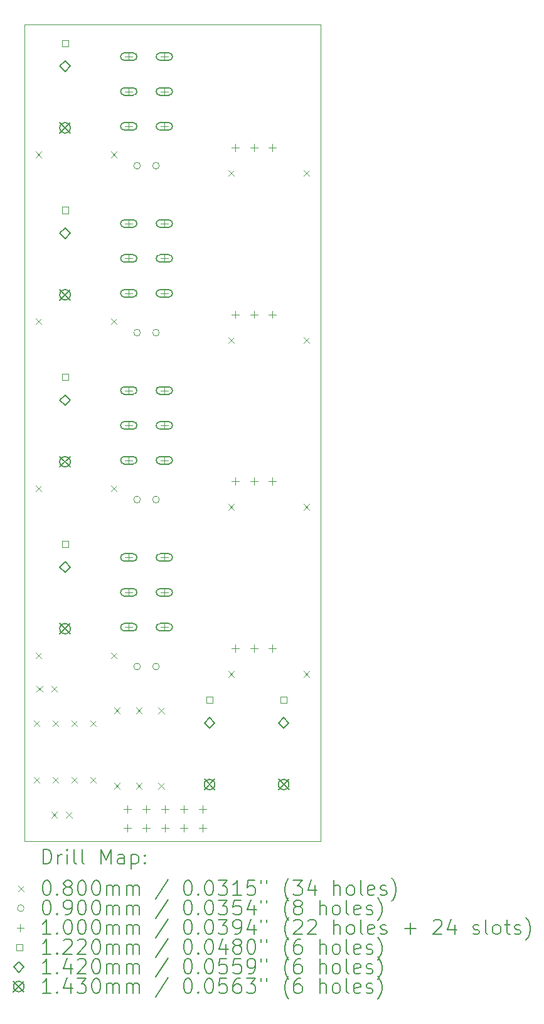
<source format=gbr>
%TF.GenerationSoftware,KiCad,Pcbnew,6.0.10+dfsg-1~bpo11+1*%
%TF.CreationDate,Date%
%TF.ProjectId,Basic-DC-mixer,42617369-632d-4444-932d-6d697865722e,rev?*%
%TF.SameCoordinates,Original*%
%TF.FileFunction,Drillmap*%
%TF.FilePolarity,Positive*%
%FSLAX45Y45*%
G04 Gerber Fmt 4.5, Leading zero omitted, Abs format (unit mm)*
G04 Created by KiCad*
%MOMM*%
%LPD*%
G01*
G04 APERTURE LIST*
%ADD10C,0.050000*%
%ADD11C,0.200000*%
%ADD12C,0.080000*%
%ADD13C,0.090000*%
%ADD14C,0.100000*%
%ADD15C,0.122000*%
%ADD16C,0.142000*%
%ADD17C,0.143000*%
G04 APERTURE END LIST*
D10*
X7000000Y-3100000D02*
X7000000Y-14100000D01*
X3000000Y-3100000D02*
X3000000Y-14100000D01*
X3000000Y-3100000D02*
X7000000Y-3100000D01*
X3000000Y-14100000D02*
X7000000Y-14100000D01*
D11*
D12*
X3130000Y-12478000D02*
X3210000Y-12558000D01*
X3210000Y-12478000D02*
X3130000Y-12558000D01*
X3130000Y-13240000D02*
X3210000Y-13320000D01*
X3210000Y-13240000D02*
X3130000Y-13320000D01*
X3152000Y-4810000D02*
X3232000Y-4890000D01*
X3232000Y-4810000D02*
X3152000Y-4890000D01*
X3152000Y-7060000D02*
X3232000Y-7140000D01*
X3232000Y-7060000D02*
X3152000Y-7140000D01*
X3152000Y-9310000D02*
X3232000Y-9390000D01*
X3232000Y-9310000D02*
X3152000Y-9390000D01*
X3152000Y-11560000D02*
X3232000Y-11640000D01*
X3232000Y-11560000D02*
X3152000Y-11640000D01*
X3164489Y-12010000D02*
X3244489Y-12090000D01*
X3244489Y-12010000D02*
X3164489Y-12090000D01*
X3364489Y-12010000D02*
X3444489Y-12090000D01*
X3444489Y-12010000D02*
X3364489Y-12090000D01*
X3364489Y-13710000D02*
X3444489Y-13790000D01*
X3444489Y-13710000D02*
X3364489Y-13790000D01*
X3384000Y-12478000D02*
X3464000Y-12558000D01*
X3464000Y-12478000D02*
X3384000Y-12558000D01*
X3384000Y-13240000D02*
X3464000Y-13320000D01*
X3464000Y-13240000D02*
X3384000Y-13320000D01*
X3564489Y-13710000D02*
X3644489Y-13790000D01*
X3644489Y-13710000D02*
X3564489Y-13790000D01*
X3638000Y-12478000D02*
X3718000Y-12558000D01*
X3718000Y-12478000D02*
X3638000Y-12558000D01*
X3638000Y-13240000D02*
X3718000Y-13320000D01*
X3718000Y-13240000D02*
X3638000Y-13320000D01*
X3892000Y-12478000D02*
X3972000Y-12558000D01*
X3972000Y-12478000D02*
X3892000Y-12558000D01*
X3892000Y-13240000D02*
X3972000Y-13320000D01*
X3972000Y-13240000D02*
X3892000Y-13320000D01*
X4168000Y-4810000D02*
X4248000Y-4890000D01*
X4248000Y-4810000D02*
X4168000Y-4890000D01*
X4168000Y-7060000D02*
X4248000Y-7140000D01*
X4248000Y-7060000D02*
X4168000Y-7140000D01*
X4168000Y-9310000D02*
X4248000Y-9390000D01*
X4248000Y-9310000D02*
X4168000Y-9390000D01*
X4168000Y-11560000D02*
X4248000Y-11640000D01*
X4248000Y-11560000D02*
X4168000Y-11640000D01*
X4210000Y-12302000D02*
X4290000Y-12382000D01*
X4290000Y-12302000D02*
X4210000Y-12382000D01*
X4210000Y-13318000D02*
X4290000Y-13398000D01*
X4290000Y-13318000D02*
X4210000Y-13398000D01*
X4510000Y-12302000D02*
X4590000Y-12382000D01*
X4590000Y-12302000D02*
X4510000Y-12382000D01*
X4510000Y-13318000D02*
X4590000Y-13398000D01*
X4590000Y-13318000D02*
X4510000Y-13398000D01*
X4810000Y-12302000D02*
X4890000Y-12382000D01*
X4890000Y-12302000D02*
X4810000Y-12382000D01*
X4810000Y-13318000D02*
X4890000Y-13398000D01*
X4890000Y-13318000D02*
X4810000Y-13398000D01*
X5752000Y-5060000D02*
X5832000Y-5140000D01*
X5832000Y-5060000D02*
X5752000Y-5140000D01*
X5752000Y-7310000D02*
X5832000Y-7390000D01*
X5832000Y-7310000D02*
X5752000Y-7390000D01*
X5752000Y-9560000D02*
X5832000Y-9640000D01*
X5832000Y-9560000D02*
X5752000Y-9640000D01*
X5752000Y-11810000D02*
X5832000Y-11890000D01*
X5832000Y-11810000D02*
X5752000Y-11890000D01*
X6768000Y-5060000D02*
X6848000Y-5140000D01*
X6848000Y-5060000D02*
X6768000Y-5140000D01*
X6768000Y-7310000D02*
X6848000Y-7390000D01*
X6848000Y-7310000D02*
X6768000Y-7390000D01*
X6768000Y-9560000D02*
X6848000Y-9640000D01*
X6848000Y-9560000D02*
X6768000Y-9640000D01*
X6768000Y-11810000D02*
X6848000Y-11890000D01*
X6848000Y-11810000D02*
X6768000Y-11890000D01*
D13*
X4567500Y-5000000D02*
G75*
G03*
X4567500Y-5000000I-45000J0D01*
G01*
X4567500Y-7250000D02*
G75*
G03*
X4567500Y-7250000I-45000J0D01*
G01*
X4567500Y-9500000D02*
G75*
G03*
X4567500Y-9500000I-45000J0D01*
G01*
X4567500Y-11750000D02*
G75*
G03*
X4567500Y-11750000I-45000J0D01*
G01*
X4821500Y-5000000D02*
G75*
G03*
X4821500Y-5000000I-45000J0D01*
G01*
X4821500Y-7250000D02*
G75*
G03*
X4821500Y-7250000I-45000J0D01*
G01*
X4821500Y-9500000D02*
G75*
G03*
X4821500Y-9500000I-45000J0D01*
G01*
X4821500Y-11750000D02*
G75*
G03*
X4821500Y-11750000I-45000J0D01*
G01*
D14*
X4392500Y-13622500D02*
X4392500Y-13722500D01*
X4342500Y-13672500D02*
X4442500Y-13672500D01*
X4392500Y-13876500D02*
X4392500Y-13976500D01*
X4342500Y-13926500D02*
X4442500Y-13926500D01*
X4410000Y-3480000D02*
X4410000Y-3580000D01*
X4360000Y-3530000D02*
X4460000Y-3530000D01*
D11*
X4470000Y-3480000D02*
X4350000Y-3480000D01*
X4470000Y-3580000D02*
X4350000Y-3580000D01*
X4350000Y-3480000D02*
G75*
G03*
X4350000Y-3580000I0J-50000D01*
G01*
X4470000Y-3580000D02*
G75*
G03*
X4470000Y-3480000I0J50000D01*
G01*
D14*
X4410000Y-3950000D02*
X4410000Y-4050000D01*
X4360000Y-4000000D02*
X4460000Y-4000000D01*
D11*
X4470000Y-3950000D02*
X4350000Y-3950000D01*
X4470000Y-4050000D02*
X4350000Y-4050000D01*
X4350000Y-3950000D02*
G75*
G03*
X4350000Y-4050000I0J-50000D01*
G01*
X4470000Y-4050000D02*
G75*
G03*
X4470000Y-3950000I0J50000D01*
G01*
D14*
X4410000Y-4420000D02*
X4410000Y-4520000D01*
X4360000Y-4470000D02*
X4460000Y-4470000D01*
D11*
X4470000Y-4420000D02*
X4350000Y-4420000D01*
X4470000Y-4520000D02*
X4350000Y-4520000D01*
X4350000Y-4420000D02*
G75*
G03*
X4350000Y-4520000I0J-50000D01*
G01*
X4470000Y-4520000D02*
G75*
G03*
X4470000Y-4420000I0J50000D01*
G01*
D14*
X4410000Y-5730000D02*
X4410000Y-5830000D01*
X4360000Y-5780000D02*
X4460000Y-5780000D01*
D11*
X4470000Y-5730000D02*
X4350000Y-5730000D01*
X4470000Y-5830000D02*
X4350000Y-5830000D01*
X4350000Y-5730000D02*
G75*
G03*
X4350000Y-5830000I0J-50000D01*
G01*
X4470000Y-5830000D02*
G75*
G03*
X4470000Y-5730000I0J50000D01*
G01*
D14*
X4410000Y-6200000D02*
X4410000Y-6300000D01*
X4360000Y-6250000D02*
X4460000Y-6250000D01*
D11*
X4470000Y-6200000D02*
X4350000Y-6200000D01*
X4470000Y-6300000D02*
X4350000Y-6300000D01*
X4350000Y-6200000D02*
G75*
G03*
X4350000Y-6300000I0J-50000D01*
G01*
X4470000Y-6300000D02*
G75*
G03*
X4470000Y-6200000I0J50000D01*
G01*
D14*
X4410000Y-6670000D02*
X4410000Y-6770000D01*
X4360000Y-6720000D02*
X4460000Y-6720000D01*
D11*
X4470000Y-6670000D02*
X4350000Y-6670000D01*
X4470000Y-6770000D02*
X4350000Y-6770000D01*
X4350000Y-6670000D02*
G75*
G03*
X4350000Y-6770000I0J-50000D01*
G01*
X4470000Y-6770000D02*
G75*
G03*
X4470000Y-6670000I0J50000D01*
G01*
D14*
X4410000Y-7980000D02*
X4410000Y-8080000D01*
X4360000Y-8030000D02*
X4460000Y-8030000D01*
D11*
X4470000Y-7980000D02*
X4350000Y-7980000D01*
X4470000Y-8080000D02*
X4350000Y-8080000D01*
X4350000Y-7980000D02*
G75*
G03*
X4350000Y-8080000I0J-50000D01*
G01*
X4470000Y-8080000D02*
G75*
G03*
X4470000Y-7980000I0J50000D01*
G01*
D14*
X4410000Y-8450000D02*
X4410000Y-8550000D01*
X4360000Y-8500000D02*
X4460000Y-8500000D01*
D11*
X4470000Y-8450000D02*
X4350000Y-8450000D01*
X4470000Y-8550000D02*
X4350000Y-8550000D01*
X4350000Y-8450000D02*
G75*
G03*
X4350000Y-8550000I0J-50000D01*
G01*
X4470000Y-8550000D02*
G75*
G03*
X4470000Y-8450000I0J50000D01*
G01*
D14*
X4410000Y-8920000D02*
X4410000Y-9020000D01*
X4360000Y-8970000D02*
X4460000Y-8970000D01*
D11*
X4470000Y-8920000D02*
X4350000Y-8920000D01*
X4470000Y-9020000D02*
X4350000Y-9020000D01*
X4350000Y-8920000D02*
G75*
G03*
X4350000Y-9020000I0J-50000D01*
G01*
X4470000Y-9020000D02*
G75*
G03*
X4470000Y-8920000I0J50000D01*
G01*
D14*
X4410000Y-10230000D02*
X4410000Y-10330000D01*
X4360000Y-10280000D02*
X4460000Y-10280000D01*
D11*
X4470000Y-10230000D02*
X4350000Y-10230000D01*
X4470000Y-10330000D02*
X4350000Y-10330000D01*
X4350000Y-10230000D02*
G75*
G03*
X4350000Y-10330000I0J-50000D01*
G01*
X4470000Y-10330000D02*
G75*
G03*
X4470000Y-10230000I0J50000D01*
G01*
D14*
X4410000Y-10700000D02*
X4410000Y-10800000D01*
X4360000Y-10750000D02*
X4460000Y-10750000D01*
D11*
X4470000Y-10700000D02*
X4350000Y-10700000D01*
X4470000Y-10800000D02*
X4350000Y-10800000D01*
X4350000Y-10700000D02*
G75*
G03*
X4350000Y-10800000I0J-50000D01*
G01*
X4470000Y-10800000D02*
G75*
G03*
X4470000Y-10700000I0J50000D01*
G01*
D14*
X4410000Y-11170000D02*
X4410000Y-11270000D01*
X4360000Y-11220000D02*
X4460000Y-11220000D01*
D11*
X4470000Y-11170000D02*
X4350000Y-11170000D01*
X4470000Y-11270000D02*
X4350000Y-11270000D01*
X4350000Y-11170000D02*
G75*
G03*
X4350000Y-11270000I0J-50000D01*
G01*
X4470000Y-11270000D02*
G75*
G03*
X4470000Y-11170000I0J50000D01*
G01*
D14*
X4646500Y-13622500D02*
X4646500Y-13722500D01*
X4596500Y-13672500D02*
X4696500Y-13672500D01*
X4646500Y-13876500D02*
X4646500Y-13976500D01*
X4596500Y-13926500D02*
X4696500Y-13926500D01*
X4890000Y-3480000D02*
X4890000Y-3580000D01*
X4840000Y-3530000D02*
X4940000Y-3530000D01*
D11*
X4950000Y-3480000D02*
X4830000Y-3480000D01*
X4950000Y-3580000D02*
X4830000Y-3580000D01*
X4830000Y-3480000D02*
G75*
G03*
X4830000Y-3580000I0J-50000D01*
G01*
X4950000Y-3580000D02*
G75*
G03*
X4950000Y-3480000I0J50000D01*
G01*
D14*
X4890000Y-3950000D02*
X4890000Y-4050000D01*
X4840000Y-4000000D02*
X4940000Y-4000000D01*
D11*
X4950000Y-3950000D02*
X4830000Y-3950000D01*
X4950000Y-4050000D02*
X4830000Y-4050000D01*
X4830000Y-3950000D02*
G75*
G03*
X4830000Y-4050000I0J-50000D01*
G01*
X4950000Y-4050000D02*
G75*
G03*
X4950000Y-3950000I0J50000D01*
G01*
D14*
X4890000Y-4420000D02*
X4890000Y-4520000D01*
X4840000Y-4470000D02*
X4940000Y-4470000D01*
D11*
X4950000Y-4420000D02*
X4830000Y-4420000D01*
X4950000Y-4520000D02*
X4830000Y-4520000D01*
X4830000Y-4420000D02*
G75*
G03*
X4830000Y-4520000I0J-50000D01*
G01*
X4950000Y-4520000D02*
G75*
G03*
X4950000Y-4420000I0J50000D01*
G01*
D14*
X4890000Y-5730000D02*
X4890000Y-5830000D01*
X4840000Y-5780000D02*
X4940000Y-5780000D01*
D11*
X4950000Y-5730000D02*
X4830000Y-5730000D01*
X4950000Y-5830000D02*
X4830000Y-5830000D01*
X4830000Y-5730000D02*
G75*
G03*
X4830000Y-5830000I0J-50000D01*
G01*
X4950000Y-5830000D02*
G75*
G03*
X4950000Y-5730000I0J50000D01*
G01*
D14*
X4890000Y-6200000D02*
X4890000Y-6300000D01*
X4840000Y-6250000D02*
X4940000Y-6250000D01*
D11*
X4950000Y-6200000D02*
X4830000Y-6200000D01*
X4950000Y-6300000D02*
X4830000Y-6300000D01*
X4830000Y-6200000D02*
G75*
G03*
X4830000Y-6300000I0J-50000D01*
G01*
X4950000Y-6300000D02*
G75*
G03*
X4950000Y-6200000I0J50000D01*
G01*
D14*
X4890000Y-6670000D02*
X4890000Y-6770000D01*
X4840000Y-6720000D02*
X4940000Y-6720000D01*
D11*
X4950000Y-6670000D02*
X4830000Y-6670000D01*
X4950000Y-6770000D02*
X4830000Y-6770000D01*
X4830000Y-6670000D02*
G75*
G03*
X4830000Y-6770000I0J-50000D01*
G01*
X4950000Y-6770000D02*
G75*
G03*
X4950000Y-6670000I0J50000D01*
G01*
D14*
X4890000Y-7980000D02*
X4890000Y-8080000D01*
X4840000Y-8030000D02*
X4940000Y-8030000D01*
D11*
X4950000Y-7980000D02*
X4830000Y-7980000D01*
X4950000Y-8080000D02*
X4830000Y-8080000D01*
X4830000Y-7980000D02*
G75*
G03*
X4830000Y-8080000I0J-50000D01*
G01*
X4950000Y-8080000D02*
G75*
G03*
X4950000Y-7980000I0J50000D01*
G01*
D14*
X4890000Y-8450000D02*
X4890000Y-8550000D01*
X4840000Y-8500000D02*
X4940000Y-8500000D01*
D11*
X4950000Y-8450000D02*
X4830000Y-8450000D01*
X4950000Y-8550000D02*
X4830000Y-8550000D01*
X4830000Y-8450000D02*
G75*
G03*
X4830000Y-8550000I0J-50000D01*
G01*
X4950000Y-8550000D02*
G75*
G03*
X4950000Y-8450000I0J50000D01*
G01*
D14*
X4890000Y-8920000D02*
X4890000Y-9020000D01*
X4840000Y-8970000D02*
X4940000Y-8970000D01*
D11*
X4950000Y-8920000D02*
X4830000Y-8920000D01*
X4950000Y-9020000D02*
X4830000Y-9020000D01*
X4830000Y-8920000D02*
G75*
G03*
X4830000Y-9020000I0J-50000D01*
G01*
X4950000Y-9020000D02*
G75*
G03*
X4950000Y-8920000I0J50000D01*
G01*
D14*
X4890000Y-10230000D02*
X4890000Y-10330000D01*
X4840000Y-10280000D02*
X4940000Y-10280000D01*
D11*
X4950000Y-10230000D02*
X4830000Y-10230000D01*
X4950000Y-10330000D02*
X4830000Y-10330000D01*
X4830000Y-10230000D02*
G75*
G03*
X4830000Y-10330000I0J-50000D01*
G01*
X4950000Y-10330000D02*
G75*
G03*
X4950000Y-10230000I0J50000D01*
G01*
D14*
X4890000Y-10700000D02*
X4890000Y-10800000D01*
X4840000Y-10750000D02*
X4940000Y-10750000D01*
D11*
X4950000Y-10700000D02*
X4830000Y-10700000D01*
X4950000Y-10800000D02*
X4830000Y-10800000D01*
X4830000Y-10700000D02*
G75*
G03*
X4830000Y-10800000I0J-50000D01*
G01*
X4950000Y-10800000D02*
G75*
G03*
X4950000Y-10700000I0J50000D01*
G01*
D14*
X4890000Y-11170000D02*
X4890000Y-11270000D01*
X4840000Y-11220000D02*
X4940000Y-11220000D01*
D11*
X4950000Y-11170000D02*
X4830000Y-11170000D01*
X4950000Y-11270000D02*
X4830000Y-11270000D01*
X4830000Y-11170000D02*
G75*
G03*
X4830000Y-11270000I0J-50000D01*
G01*
X4950000Y-11270000D02*
G75*
G03*
X4950000Y-11170000I0J50000D01*
G01*
D14*
X4900500Y-13622500D02*
X4900500Y-13722500D01*
X4850500Y-13672500D02*
X4950500Y-13672500D01*
X4900500Y-13876500D02*
X4900500Y-13976500D01*
X4850500Y-13926500D02*
X4950500Y-13926500D01*
X5154500Y-13622500D02*
X5154500Y-13722500D01*
X5104500Y-13672500D02*
X5204500Y-13672500D01*
X5154500Y-13876500D02*
X5154500Y-13976500D01*
X5104500Y-13926500D02*
X5204500Y-13926500D01*
X5408500Y-13622500D02*
X5408500Y-13722500D01*
X5358500Y-13672500D02*
X5458500Y-13672500D01*
X5408500Y-13876500D02*
X5408500Y-13976500D01*
X5358500Y-13926500D02*
X5458500Y-13926500D01*
X5850000Y-4705000D02*
X5850000Y-4805000D01*
X5800000Y-4755000D02*
X5900000Y-4755000D01*
X5850000Y-6955000D02*
X5850000Y-7055000D01*
X5800000Y-7005000D02*
X5900000Y-7005000D01*
X5850000Y-9205000D02*
X5850000Y-9305000D01*
X5800000Y-9255000D02*
X5900000Y-9255000D01*
X5850000Y-11455000D02*
X5850000Y-11555000D01*
X5800000Y-11505000D02*
X5900000Y-11505000D01*
X6100000Y-4705000D02*
X6100000Y-4805000D01*
X6050000Y-4755000D02*
X6150000Y-4755000D01*
X6100000Y-6955000D02*
X6100000Y-7055000D01*
X6050000Y-7005000D02*
X6150000Y-7005000D01*
X6100000Y-9205000D02*
X6100000Y-9305000D01*
X6050000Y-9255000D02*
X6150000Y-9255000D01*
X6100000Y-11455000D02*
X6100000Y-11555000D01*
X6050000Y-11505000D02*
X6150000Y-11505000D01*
X6350000Y-4705000D02*
X6350000Y-4805000D01*
X6300000Y-4755000D02*
X6400000Y-4755000D01*
X6350000Y-6955000D02*
X6350000Y-7055000D01*
X6300000Y-7005000D02*
X6400000Y-7005000D01*
X6350000Y-9205000D02*
X6350000Y-9305000D01*
X6300000Y-9255000D02*
X6400000Y-9255000D01*
X6350000Y-11455000D02*
X6350000Y-11555000D01*
X6300000Y-11505000D02*
X6400000Y-11505000D01*
D15*
X3593134Y-3393134D02*
X3593134Y-3306866D01*
X3506866Y-3306866D01*
X3506866Y-3393134D01*
X3593134Y-3393134D01*
X3593134Y-5643134D02*
X3593134Y-5556866D01*
X3506866Y-5556866D01*
X3506866Y-5643134D01*
X3593134Y-5643134D01*
X3593134Y-7893134D02*
X3593134Y-7806866D01*
X3506866Y-7806866D01*
X3506866Y-7893134D01*
X3593134Y-7893134D01*
X3593134Y-10143134D02*
X3593134Y-10056866D01*
X3506866Y-10056866D01*
X3506866Y-10143134D01*
X3593134Y-10143134D01*
X5543134Y-12243134D02*
X5543134Y-12156866D01*
X5456866Y-12156866D01*
X5456866Y-12243134D01*
X5543134Y-12243134D01*
X6543134Y-12243134D02*
X6543134Y-12156866D01*
X6456866Y-12156866D01*
X6456866Y-12243134D01*
X6543134Y-12243134D01*
D16*
X3550000Y-3731000D02*
X3621000Y-3660000D01*
X3550000Y-3589000D01*
X3479000Y-3660000D01*
X3550000Y-3731000D01*
X3550000Y-5981000D02*
X3621000Y-5910000D01*
X3550000Y-5839000D01*
X3479000Y-5910000D01*
X3550000Y-5981000D01*
X3550000Y-8231000D02*
X3621000Y-8160000D01*
X3550000Y-8089000D01*
X3479000Y-8160000D01*
X3550000Y-8231000D01*
X3550000Y-10481000D02*
X3621000Y-10410000D01*
X3550000Y-10339000D01*
X3479000Y-10410000D01*
X3550000Y-10481000D01*
X5500000Y-12581000D02*
X5571000Y-12510000D01*
X5500000Y-12439000D01*
X5429000Y-12510000D01*
X5500000Y-12581000D01*
X6500000Y-12581000D02*
X6571000Y-12510000D01*
X6500000Y-12439000D01*
X6429000Y-12510000D01*
X6500000Y-12581000D01*
D17*
X3478500Y-4418500D02*
X3621500Y-4561500D01*
X3621500Y-4418500D02*
X3478500Y-4561500D01*
X3621500Y-4490000D02*
G75*
G03*
X3621500Y-4490000I-71500J0D01*
G01*
X3478500Y-6668500D02*
X3621500Y-6811500D01*
X3621500Y-6668500D02*
X3478500Y-6811500D01*
X3621500Y-6740000D02*
G75*
G03*
X3621500Y-6740000I-71500J0D01*
G01*
X3478500Y-8918500D02*
X3621500Y-9061500D01*
X3621500Y-8918500D02*
X3478500Y-9061500D01*
X3621500Y-8990000D02*
G75*
G03*
X3621500Y-8990000I-71500J0D01*
G01*
X3478500Y-11168500D02*
X3621500Y-11311500D01*
X3621500Y-11168500D02*
X3478500Y-11311500D01*
X3621500Y-11240000D02*
G75*
G03*
X3621500Y-11240000I-71500J0D01*
G01*
X5428500Y-13268500D02*
X5571500Y-13411500D01*
X5571500Y-13268500D02*
X5428500Y-13411500D01*
X5571500Y-13340000D02*
G75*
G03*
X5571500Y-13340000I-71500J0D01*
G01*
X6428500Y-13268500D02*
X6571500Y-13411500D01*
X6571500Y-13268500D02*
X6428500Y-13411500D01*
X6571500Y-13340000D02*
G75*
G03*
X6571500Y-13340000I-71500J0D01*
G01*
D11*
X3255119Y-14412976D02*
X3255119Y-14212976D01*
X3302738Y-14212976D01*
X3331309Y-14222500D01*
X3350357Y-14241548D01*
X3359881Y-14260595D01*
X3369405Y-14298690D01*
X3369405Y-14327262D01*
X3359881Y-14365357D01*
X3350357Y-14384405D01*
X3331309Y-14403452D01*
X3302738Y-14412976D01*
X3255119Y-14412976D01*
X3455119Y-14412976D02*
X3455119Y-14279643D01*
X3455119Y-14317738D02*
X3464643Y-14298690D01*
X3474167Y-14289167D01*
X3493214Y-14279643D01*
X3512262Y-14279643D01*
X3578928Y-14412976D02*
X3578928Y-14279643D01*
X3578928Y-14212976D02*
X3569405Y-14222500D01*
X3578928Y-14232024D01*
X3588452Y-14222500D01*
X3578928Y-14212976D01*
X3578928Y-14232024D01*
X3702738Y-14412976D02*
X3683690Y-14403452D01*
X3674167Y-14384405D01*
X3674167Y-14212976D01*
X3807500Y-14412976D02*
X3788452Y-14403452D01*
X3778928Y-14384405D01*
X3778928Y-14212976D01*
X4036071Y-14412976D02*
X4036071Y-14212976D01*
X4102738Y-14355833D01*
X4169405Y-14212976D01*
X4169405Y-14412976D01*
X4350357Y-14412976D02*
X4350357Y-14308214D01*
X4340833Y-14289167D01*
X4321786Y-14279643D01*
X4283690Y-14279643D01*
X4264643Y-14289167D01*
X4350357Y-14403452D02*
X4331310Y-14412976D01*
X4283690Y-14412976D01*
X4264643Y-14403452D01*
X4255119Y-14384405D01*
X4255119Y-14365357D01*
X4264643Y-14346309D01*
X4283690Y-14336786D01*
X4331310Y-14336786D01*
X4350357Y-14327262D01*
X4445595Y-14279643D02*
X4445595Y-14479643D01*
X4445595Y-14289167D02*
X4464643Y-14279643D01*
X4502738Y-14279643D01*
X4521786Y-14289167D01*
X4531310Y-14298690D01*
X4540833Y-14317738D01*
X4540833Y-14374881D01*
X4531310Y-14393928D01*
X4521786Y-14403452D01*
X4502738Y-14412976D01*
X4464643Y-14412976D01*
X4445595Y-14403452D01*
X4626548Y-14393928D02*
X4636071Y-14403452D01*
X4626548Y-14412976D01*
X4617024Y-14403452D01*
X4626548Y-14393928D01*
X4626548Y-14412976D01*
X4626548Y-14289167D02*
X4636071Y-14298690D01*
X4626548Y-14308214D01*
X4617024Y-14298690D01*
X4626548Y-14289167D01*
X4626548Y-14308214D01*
D12*
X2917500Y-14702500D02*
X2997500Y-14782500D01*
X2997500Y-14702500D02*
X2917500Y-14782500D01*
D11*
X3293214Y-14632976D02*
X3312262Y-14632976D01*
X3331309Y-14642500D01*
X3340833Y-14652024D01*
X3350357Y-14671071D01*
X3359881Y-14709167D01*
X3359881Y-14756786D01*
X3350357Y-14794881D01*
X3340833Y-14813928D01*
X3331309Y-14823452D01*
X3312262Y-14832976D01*
X3293214Y-14832976D01*
X3274167Y-14823452D01*
X3264643Y-14813928D01*
X3255119Y-14794881D01*
X3245595Y-14756786D01*
X3245595Y-14709167D01*
X3255119Y-14671071D01*
X3264643Y-14652024D01*
X3274167Y-14642500D01*
X3293214Y-14632976D01*
X3445595Y-14813928D02*
X3455119Y-14823452D01*
X3445595Y-14832976D01*
X3436071Y-14823452D01*
X3445595Y-14813928D01*
X3445595Y-14832976D01*
X3569405Y-14718690D02*
X3550357Y-14709167D01*
X3540833Y-14699643D01*
X3531309Y-14680595D01*
X3531309Y-14671071D01*
X3540833Y-14652024D01*
X3550357Y-14642500D01*
X3569405Y-14632976D01*
X3607500Y-14632976D01*
X3626548Y-14642500D01*
X3636071Y-14652024D01*
X3645595Y-14671071D01*
X3645595Y-14680595D01*
X3636071Y-14699643D01*
X3626548Y-14709167D01*
X3607500Y-14718690D01*
X3569405Y-14718690D01*
X3550357Y-14728214D01*
X3540833Y-14737738D01*
X3531309Y-14756786D01*
X3531309Y-14794881D01*
X3540833Y-14813928D01*
X3550357Y-14823452D01*
X3569405Y-14832976D01*
X3607500Y-14832976D01*
X3626548Y-14823452D01*
X3636071Y-14813928D01*
X3645595Y-14794881D01*
X3645595Y-14756786D01*
X3636071Y-14737738D01*
X3626548Y-14728214D01*
X3607500Y-14718690D01*
X3769405Y-14632976D02*
X3788452Y-14632976D01*
X3807500Y-14642500D01*
X3817024Y-14652024D01*
X3826548Y-14671071D01*
X3836071Y-14709167D01*
X3836071Y-14756786D01*
X3826548Y-14794881D01*
X3817024Y-14813928D01*
X3807500Y-14823452D01*
X3788452Y-14832976D01*
X3769405Y-14832976D01*
X3750357Y-14823452D01*
X3740833Y-14813928D01*
X3731309Y-14794881D01*
X3721786Y-14756786D01*
X3721786Y-14709167D01*
X3731309Y-14671071D01*
X3740833Y-14652024D01*
X3750357Y-14642500D01*
X3769405Y-14632976D01*
X3959881Y-14632976D02*
X3978928Y-14632976D01*
X3997976Y-14642500D01*
X4007500Y-14652024D01*
X4017024Y-14671071D01*
X4026548Y-14709167D01*
X4026548Y-14756786D01*
X4017024Y-14794881D01*
X4007500Y-14813928D01*
X3997976Y-14823452D01*
X3978928Y-14832976D01*
X3959881Y-14832976D01*
X3940833Y-14823452D01*
X3931309Y-14813928D01*
X3921786Y-14794881D01*
X3912262Y-14756786D01*
X3912262Y-14709167D01*
X3921786Y-14671071D01*
X3931309Y-14652024D01*
X3940833Y-14642500D01*
X3959881Y-14632976D01*
X4112262Y-14832976D02*
X4112262Y-14699643D01*
X4112262Y-14718690D02*
X4121786Y-14709167D01*
X4140833Y-14699643D01*
X4169405Y-14699643D01*
X4188452Y-14709167D01*
X4197976Y-14728214D01*
X4197976Y-14832976D01*
X4197976Y-14728214D02*
X4207500Y-14709167D01*
X4226548Y-14699643D01*
X4255119Y-14699643D01*
X4274167Y-14709167D01*
X4283690Y-14728214D01*
X4283690Y-14832976D01*
X4378929Y-14832976D02*
X4378929Y-14699643D01*
X4378929Y-14718690D02*
X4388452Y-14709167D01*
X4407500Y-14699643D01*
X4436071Y-14699643D01*
X4455119Y-14709167D01*
X4464643Y-14728214D01*
X4464643Y-14832976D01*
X4464643Y-14728214D02*
X4474167Y-14709167D01*
X4493214Y-14699643D01*
X4521786Y-14699643D01*
X4540833Y-14709167D01*
X4550357Y-14728214D01*
X4550357Y-14832976D01*
X4940833Y-14623452D02*
X4769405Y-14880595D01*
X5197976Y-14632976D02*
X5217024Y-14632976D01*
X5236071Y-14642500D01*
X5245595Y-14652024D01*
X5255119Y-14671071D01*
X5264643Y-14709167D01*
X5264643Y-14756786D01*
X5255119Y-14794881D01*
X5245595Y-14813928D01*
X5236071Y-14823452D01*
X5217024Y-14832976D01*
X5197976Y-14832976D01*
X5178929Y-14823452D01*
X5169405Y-14813928D01*
X5159881Y-14794881D01*
X5150357Y-14756786D01*
X5150357Y-14709167D01*
X5159881Y-14671071D01*
X5169405Y-14652024D01*
X5178929Y-14642500D01*
X5197976Y-14632976D01*
X5350357Y-14813928D02*
X5359881Y-14823452D01*
X5350357Y-14832976D01*
X5340833Y-14823452D01*
X5350357Y-14813928D01*
X5350357Y-14832976D01*
X5483690Y-14632976D02*
X5502738Y-14632976D01*
X5521786Y-14642500D01*
X5531310Y-14652024D01*
X5540833Y-14671071D01*
X5550357Y-14709167D01*
X5550357Y-14756786D01*
X5540833Y-14794881D01*
X5531310Y-14813928D01*
X5521786Y-14823452D01*
X5502738Y-14832976D01*
X5483690Y-14832976D01*
X5464643Y-14823452D01*
X5455119Y-14813928D01*
X5445595Y-14794881D01*
X5436071Y-14756786D01*
X5436071Y-14709167D01*
X5445595Y-14671071D01*
X5455119Y-14652024D01*
X5464643Y-14642500D01*
X5483690Y-14632976D01*
X5617024Y-14632976D02*
X5740833Y-14632976D01*
X5674167Y-14709167D01*
X5702738Y-14709167D01*
X5721786Y-14718690D01*
X5731309Y-14728214D01*
X5740833Y-14747262D01*
X5740833Y-14794881D01*
X5731309Y-14813928D01*
X5721786Y-14823452D01*
X5702738Y-14832976D01*
X5645595Y-14832976D01*
X5626548Y-14823452D01*
X5617024Y-14813928D01*
X5931309Y-14832976D02*
X5817024Y-14832976D01*
X5874167Y-14832976D02*
X5874167Y-14632976D01*
X5855119Y-14661548D01*
X5836071Y-14680595D01*
X5817024Y-14690119D01*
X6112262Y-14632976D02*
X6017024Y-14632976D01*
X6007500Y-14728214D01*
X6017024Y-14718690D01*
X6036071Y-14709167D01*
X6083690Y-14709167D01*
X6102738Y-14718690D01*
X6112262Y-14728214D01*
X6121786Y-14747262D01*
X6121786Y-14794881D01*
X6112262Y-14813928D01*
X6102738Y-14823452D01*
X6083690Y-14832976D01*
X6036071Y-14832976D01*
X6017024Y-14823452D01*
X6007500Y-14813928D01*
X6197976Y-14632976D02*
X6197976Y-14671071D01*
X6274167Y-14632976D02*
X6274167Y-14671071D01*
X6569405Y-14909167D02*
X6559881Y-14899643D01*
X6540833Y-14871071D01*
X6531309Y-14852024D01*
X6521786Y-14823452D01*
X6512262Y-14775833D01*
X6512262Y-14737738D01*
X6521786Y-14690119D01*
X6531309Y-14661548D01*
X6540833Y-14642500D01*
X6559881Y-14613928D01*
X6569405Y-14604405D01*
X6626548Y-14632976D02*
X6750357Y-14632976D01*
X6683690Y-14709167D01*
X6712262Y-14709167D01*
X6731309Y-14718690D01*
X6740833Y-14728214D01*
X6750357Y-14747262D01*
X6750357Y-14794881D01*
X6740833Y-14813928D01*
X6731309Y-14823452D01*
X6712262Y-14832976D01*
X6655119Y-14832976D01*
X6636071Y-14823452D01*
X6626548Y-14813928D01*
X6921786Y-14699643D02*
X6921786Y-14832976D01*
X6874167Y-14623452D02*
X6826548Y-14766309D01*
X6950357Y-14766309D01*
X7178928Y-14832976D02*
X7178928Y-14632976D01*
X7264643Y-14832976D02*
X7264643Y-14728214D01*
X7255119Y-14709167D01*
X7236071Y-14699643D01*
X7207500Y-14699643D01*
X7188452Y-14709167D01*
X7178928Y-14718690D01*
X7388452Y-14832976D02*
X7369405Y-14823452D01*
X7359881Y-14813928D01*
X7350357Y-14794881D01*
X7350357Y-14737738D01*
X7359881Y-14718690D01*
X7369405Y-14709167D01*
X7388452Y-14699643D01*
X7417024Y-14699643D01*
X7436071Y-14709167D01*
X7445595Y-14718690D01*
X7455119Y-14737738D01*
X7455119Y-14794881D01*
X7445595Y-14813928D01*
X7436071Y-14823452D01*
X7417024Y-14832976D01*
X7388452Y-14832976D01*
X7569405Y-14832976D02*
X7550357Y-14823452D01*
X7540833Y-14804405D01*
X7540833Y-14632976D01*
X7721786Y-14823452D02*
X7702738Y-14832976D01*
X7664643Y-14832976D01*
X7645595Y-14823452D01*
X7636071Y-14804405D01*
X7636071Y-14728214D01*
X7645595Y-14709167D01*
X7664643Y-14699643D01*
X7702738Y-14699643D01*
X7721786Y-14709167D01*
X7731309Y-14728214D01*
X7731309Y-14747262D01*
X7636071Y-14766309D01*
X7807500Y-14823452D02*
X7826548Y-14832976D01*
X7864643Y-14832976D01*
X7883690Y-14823452D01*
X7893214Y-14804405D01*
X7893214Y-14794881D01*
X7883690Y-14775833D01*
X7864643Y-14766309D01*
X7836071Y-14766309D01*
X7817024Y-14756786D01*
X7807500Y-14737738D01*
X7807500Y-14728214D01*
X7817024Y-14709167D01*
X7836071Y-14699643D01*
X7864643Y-14699643D01*
X7883690Y-14709167D01*
X7959881Y-14909167D02*
X7969405Y-14899643D01*
X7988452Y-14871071D01*
X7997976Y-14852024D01*
X8007500Y-14823452D01*
X8017024Y-14775833D01*
X8017024Y-14737738D01*
X8007500Y-14690119D01*
X7997976Y-14661548D01*
X7988452Y-14642500D01*
X7969405Y-14613928D01*
X7959881Y-14604405D01*
D13*
X2997500Y-15006500D02*
G75*
G03*
X2997500Y-15006500I-45000J0D01*
G01*
D11*
X3293214Y-14896976D02*
X3312262Y-14896976D01*
X3331309Y-14906500D01*
X3340833Y-14916024D01*
X3350357Y-14935071D01*
X3359881Y-14973167D01*
X3359881Y-15020786D01*
X3350357Y-15058881D01*
X3340833Y-15077928D01*
X3331309Y-15087452D01*
X3312262Y-15096976D01*
X3293214Y-15096976D01*
X3274167Y-15087452D01*
X3264643Y-15077928D01*
X3255119Y-15058881D01*
X3245595Y-15020786D01*
X3245595Y-14973167D01*
X3255119Y-14935071D01*
X3264643Y-14916024D01*
X3274167Y-14906500D01*
X3293214Y-14896976D01*
X3445595Y-15077928D02*
X3455119Y-15087452D01*
X3445595Y-15096976D01*
X3436071Y-15087452D01*
X3445595Y-15077928D01*
X3445595Y-15096976D01*
X3550357Y-15096976D02*
X3588452Y-15096976D01*
X3607500Y-15087452D01*
X3617024Y-15077928D01*
X3636071Y-15049357D01*
X3645595Y-15011262D01*
X3645595Y-14935071D01*
X3636071Y-14916024D01*
X3626548Y-14906500D01*
X3607500Y-14896976D01*
X3569405Y-14896976D01*
X3550357Y-14906500D01*
X3540833Y-14916024D01*
X3531309Y-14935071D01*
X3531309Y-14982690D01*
X3540833Y-15001738D01*
X3550357Y-15011262D01*
X3569405Y-15020786D01*
X3607500Y-15020786D01*
X3626548Y-15011262D01*
X3636071Y-15001738D01*
X3645595Y-14982690D01*
X3769405Y-14896976D02*
X3788452Y-14896976D01*
X3807500Y-14906500D01*
X3817024Y-14916024D01*
X3826548Y-14935071D01*
X3836071Y-14973167D01*
X3836071Y-15020786D01*
X3826548Y-15058881D01*
X3817024Y-15077928D01*
X3807500Y-15087452D01*
X3788452Y-15096976D01*
X3769405Y-15096976D01*
X3750357Y-15087452D01*
X3740833Y-15077928D01*
X3731309Y-15058881D01*
X3721786Y-15020786D01*
X3721786Y-14973167D01*
X3731309Y-14935071D01*
X3740833Y-14916024D01*
X3750357Y-14906500D01*
X3769405Y-14896976D01*
X3959881Y-14896976D02*
X3978928Y-14896976D01*
X3997976Y-14906500D01*
X4007500Y-14916024D01*
X4017024Y-14935071D01*
X4026548Y-14973167D01*
X4026548Y-15020786D01*
X4017024Y-15058881D01*
X4007500Y-15077928D01*
X3997976Y-15087452D01*
X3978928Y-15096976D01*
X3959881Y-15096976D01*
X3940833Y-15087452D01*
X3931309Y-15077928D01*
X3921786Y-15058881D01*
X3912262Y-15020786D01*
X3912262Y-14973167D01*
X3921786Y-14935071D01*
X3931309Y-14916024D01*
X3940833Y-14906500D01*
X3959881Y-14896976D01*
X4112262Y-15096976D02*
X4112262Y-14963643D01*
X4112262Y-14982690D02*
X4121786Y-14973167D01*
X4140833Y-14963643D01*
X4169405Y-14963643D01*
X4188452Y-14973167D01*
X4197976Y-14992214D01*
X4197976Y-15096976D01*
X4197976Y-14992214D02*
X4207500Y-14973167D01*
X4226548Y-14963643D01*
X4255119Y-14963643D01*
X4274167Y-14973167D01*
X4283690Y-14992214D01*
X4283690Y-15096976D01*
X4378929Y-15096976D02*
X4378929Y-14963643D01*
X4378929Y-14982690D02*
X4388452Y-14973167D01*
X4407500Y-14963643D01*
X4436071Y-14963643D01*
X4455119Y-14973167D01*
X4464643Y-14992214D01*
X4464643Y-15096976D01*
X4464643Y-14992214D02*
X4474167Y-14973167D01*
X4493214Y-14963643D01*
X4521786Y-14963643D01*
X4540833Y-14973167D01*
X4550357Y-14992214D01*
X4550357Y-15096976D01*
X4940833Y-14887452D02*
X4769405Y-15144595D01*
X5197976Y-14896976D02*
X5217024Y-14896976D01*
X5236071Y-14906500D01*
X5245595Y-14916024D01*
X5255119Y-14935071D01*
X5264643Y-14973167D01*
X5264643Y-15020786D01*
X5255119Y-15058881D01*
X5245595Y-15077928D01*
X5236071Y-15087452D01*
X5217024Y-15096976D01*
X5197976Y-15096976D01*
X5178929Y-15087452D01*
X5169405Y-15077928D01*
X5159881Y-15058881D01*
X5150357Y-15020786D01*
X5150357Y-14973167D01*
X5159881Y-14935071D01*
X5169405Y-14916024D01*
X5178929Y-14906500D01*
X5197976Y-14896976D01*
X5350357Y-15077928D02*
X5359881Y-15087452D01*
X5350357Y-15096976D01*
X5340833Y-15087452D01*
X5350357Y-15077928D01*
X5350357Y-15096976D01*
X5483690Y-14896976D02*
X5502738Y-14896976D01*
X5521786Y-14906500D01*
X5531310Y-14916024D01*
X5540833Y-14935071D01*
X5550357Y-14973167D01*
X5550357Y-15020786D01*
X5540833Y-15058881D01*
X5531310Y-15077928D01*
X5521786Y-15087452D01*
X5502738Y-15096976D01*
X5483690Y-15096976D01*
X5464643Y-15087452D01*
X5455119Y-15077928D01*
X5445595Y-15058881D01*
X5436071Y-15020786D01*
X5436071Y-14973167D01*
X5445595Y-14935071D01*
X5455119Y-14916024D01*
X5464643Y-14906500D01*
X5483690Y-14896976D01*
X5617024Y-14896976D02*
X5740833Y-14896976D01*
X5674167Y-14973167D01*
X5702738Y-14973167D01*
X5721786Y-14982690D01*
X5731309Y-14992214D01*
X5740833Y-15011262D01*
X5740833Y-15058881D01*
X5731309Y-15077928D01*
X5721786Y-15087452D01*
X5702738Y-15096976D01*
X5645595Y-15096976D01*
X5626548Y-15087452D01*
X5617024Y-15077928D01*
X5921786Y-14896976D02*
X5826548Y-14896976D01*
X5817024Y-14992214D01*
X5826548Y-14982690D01*
X5845595Y-14973167D01*
X5893214Y-14973167D01*
X5912262Y-14982690D01*
X5921786Y-14992214D01*
X5931309Y-15011262D01*
X5931309Y-15058881D01*
X5921786Y-15077928D01*
X5912262Y-15087452D01*
X5893214Y-15096976D01*
X5845595Y-15096976D01*
X5826548Y-15087452D01*
X5817024Y-15077928D01*
X6102738Y-14963643D02*
X6102738Y-15096976D01*
X6055119Y-14887452D02*
X6007500Y-15030309D01*
X6131309Y-15030309D01*
X6197976Y-14896976D02*
X6197976Y-14935071D01*
X6274167Y-14896976D02*
X6274167Y-14935071D01*
X6569405Y-15173167D02*
X6559881Y-15163643D01*
X6540833Y-15135071D01*
X6531309Y-15116024D01*
X6521786Y-15087452D01*
X6512262Y-15039833D01*
X6512262Y-15001738D01*
X6521786Y-14954119D01*
X6531309Y-14925548D01*
X6540833Y-14906500D01*
X6559881Y-14877928D01*
X6569405Y-14868405D01*
X6674167Y-14982690D02*
X6655119Y-14973167D01*
X6645595Y-14963643D01*
X6636071Y-14944595D01*
X6636071Y-14935071D01*
X6645595Y-14916024D01*
X6655119Y-14906500D01*
X6674167Y-14896976D01*
X6712262Y-14896976D01*
X6731309Y-14906500D01*
X6740833Y-14916024D01*
X6750357Y-14935071D01*
X6750357Y-14944595D01*
X6740833Y-14963643D01*
X6731309Y-14973167D01*
X6712262Y-14982690D01*
X6674167Y-14982690D01*
X6655119Y-14992214D01*
X6645595Y-15001738D01*
X6636071Y-15020786D01*
X6636071Y-15058881D01*
X6645595Y-15077928D01*
X6655119Y-15087452D01*
X6674167Y-15096976D01*
X6712262Y-15096976D01*
X6731309Y-15087452D01*
X6740833Y-15077928D01*
X6750357Y-15058881D01*
X6750357Y-15020786D01*
X6740833Y-15001738D01*
X6731309Y-14992214D01*
X6712262Y-14982690D01*
X6988452Y-15096976D02*
X6988452Y-14896976D01*
X7074167Y-15096976D02*
X7074167Y-14992214D01*
X7064643Y-14973167D01*
X7045595Y-14963643D01*
X7017024Y-14963643D01*
X6997976Y-14973167D01*
X6988452Y-14982690D01*
X7197976Y-15096976D02*
X7178928Y-15087452D01*
X7169405Y-15077928D01*
X7159881Y-15058881D01*
X7159881Y-15001738D01*
X7169405Y-14982690D01*
X7178928Y-14973167D01*
X7197976Y-14963643D01*
X7226548Y-14963643D01*
X7245595Y-14973167D01*
X7255119Y-14982690D01*
X7264643Y-15001738D01*
X7264643Y-15058881D01*
X7255119Y-15077928D01*
X7245595Y-15087452D01*
X7226548Y-15096976D01*
X7197976Y-15096976D01*
X7378928Y-15096976D02*
X7359881Y-15087452D01*
X7350357Y-15068405D01*
X7350357Y-14896976D01*
X7531309Y-15087452D02*
X7512262Y-15096976D01*
X7474167Y-15096976D01*
X7455119Y-15087452D01*
X7445595Y-15068405D01*
X7445595Y-14992214D01*
X7455119Y-14973167D01*
X7474167Y-14963643D01*
X7512262Y-14963643D01*
X7531309Y-14973167D01*
X7540833Y-14992214D01*
X7540833Y-15011262D01*
X7445595Y-15030309D01*
X7617024Y-15087452D02*
X7636071Y-15096976D01*
X7674167Y-15096976D01*
X7693214Y-15087452D01*
X7702738Y-15068405D01*
X7702738Y-15058881D01*
X7693214Y-15039833D01*
X7674167Y-15030309D01*
X7645595Y-15030309D01*
X7626548Y-15020786D01*
X7617024Y-15001738D01*
X7617024Y-14992214D01*
X7626548Y-14973167D01*
X7645595Y-14963643D01*
X7674167Y-14963643D01*
X7693214Y-14973167D01*
X7769405Y-15173167D02*
X7778928Y-15163643D01*
X7797976Y-15135071D01*
X7807500Y-15116024D01*
X7817024Y-15087452D01*
X7826548Y-15039833D01*
X7826548Y-15001738D01*
X7817024Y-14954119D01*
X7807500Y-14925548D01*
X7797976Y-14906500D01*
X7778928Y-14877928D01*
X7769405Y-14868405D01*
D14*
X2947500Y-15220500D02*
X2947500Y-15320500D01*
X2897500Y-15270500D02*
X2997500Y-15270500D01*
D11*
X3359881Y-15360976D02*
X3245595Y-15360976D01*
X3302738Y-15360976D02*
X3302738Y-15160976D01*
X3283690Y-15189548D01*
X3264643Y-15208595D01*
X3245595Y-15218119D01*
X3445595Y-15341928D02*
X3455119Y-15351452D01*
X3445595Y-15360976D01*
X3436071Y-15351452D01*
X3445595Y-15341928D01*
X3445595Y-15360976D01*
X3578928Y-15160976D02*
X3597976Y-15160976D01*
X3617024Y-15170500D01*
X3626548Y-15180024D01*
X3636071Y-15199071D01*
X3645595Y-15237167D01*
X3645595Y-15284786D01*
X3636071Y-15322881D01*
X3626548Y-15341928D01*
X3617024Y-15351452D01*
X3597976Y-15360976D01*
X3578928Y-15360976D01*
X3559881Y-15351452D01*
X3550357Y-15341928D01*
X3540833Y-15322881D01*
X3531309Y-15284786D01*
X3531309Y-15237167D01*
X3540833Y-15199071D01*
X3550357Y-15180024D01*
X3559881Y-15170500D01*
X3578928Y-15160976D01*
X3769405Y-15160976D02*
X3788452Y-15160976D01*
X3807500Y-15170500D01*
X3817024Y-15180024D01*
X3826548Y-15199071D01*
X3836071Y-15237167D01*
X3836071Y-15284786D01*
X3826548Y-15322881D01*
X3817024Y-15341928D01*
X3807500Y-15351452D01*
X3788452Y-15360976D01*
X3769405Y-15360976D01*
X3750357Y-15351452D01*
X3740833Y-15341928D01*
X3731309Y-15322881D01*
X3721786Y-15284786D01*
X3721786Y-15237167D01*
X3731309Y-15199071D01*
X3740833Y-15180024D01*
X3750357Y-15170500D01*
X3769405Y-15160976D01*
X3959881Y-15160976D02*
X3978928Y-15160976D01*
X3997976Y-15170500D01*
X4007500Y-15180024D01*
X4017024Y-15199071D01*
X4026548Y-15237167D01*
X4026548Y-15284786D01*
X4017024Y-15322881D01*
X4007500Y-15341928D01*
X3997976Y-15351452D01*
X3978928Y-15360976D01*
X3959881Y-15360976D01*
X3940833Y-15351452D01*
X3931309Y-15341928D01*
X3921786Y-15322881D01*
X3912262Y-15284786D01*
X3912262Y-15237167D01*
X3921786Y-15199071D01*
X3931309Y-15180024D01*
X3940833Y-15170500D01*
X3959881Y-15160976D01*
X4112262Y-15360976D02*
X4112262Y-15227643D01*
X4112262Y-15246690D02*
X4121786Y-15237167D01*
X4140833Y-15227643D01*
X4169405Y-15227643D01*
X4188452Y-15237167D01*
X4197976Y-15256214D01*
X4197976Y-15360976D01*
X4197976Y-15256214D02*
X4207500Y-15237167D01*
X4226548Y-15227643D01*
X4255119Y-15227643D01*
X4274167Y-15237167D01*
X4283690Y-15256214D01*
X4283690Y-15360976D01*
X4378929Y-15360976D02*
X4378929Y-15227643D01*
X4378929Y-15246690D02*
X4388452Y-15237167D01*
X4407500Y-15227643D01*
X4436071Y-15227643D01*
X4455119Y-15237167D01*
X4464643Y-15256214D01*
X4464643Y-15360976D01*
X4464643Y-15256214D02*
X4474167Y-15237167D01*
X4493214Y-15227643D01*
X4521786Y-15227643D01*
X4540833Y-15237167D01*
X4550357Y-15256214D01*
X4550357Y-15360976D01*
X4940833Y-15151452D02*
X4769405Y-15408595D01*
X5197976Y-15160976D02*
X5217024Y-15160976D01*
X5236071Y-15170500D01*
X5245595Y-15180024D01*
X5255119Y-15199071D01*
X5264643Y-15237167D01*
X5264643Y-15284786D01*
X5255119Y-15322881D01*
X5245595Y-15341928D01*
X5236071Y-15351452D01*
X5217024Y-15360976D01*
X5197976Y-15360976D01*
X5178929Y-15351452D01*
X5169405Y-15341928D01*
X5159881Y-15322881D01*
X5150357Y-15284786D01*
X5150357Y-15237167D01*
X5159881Y-15199071D01*
X5169405Y-15180024D01*
X5178929Y-15170500D01*
X5197976Y-15160976D01*
X5350357Y-15341928D02*
X5359881Y-15351452D01*
X5350357Y-15360976D01*
X5340833Y-15351452D01*
X5350357Y-15341928D01*
X5350357Y-15360976D01*
X5483690Y-15160976D02*
X5502738Y-15160976D01*
X5521786Y-15170500D01*
X5531310Y-15180024D01*
X5540833Y-15199071D01*
X5550357Y-15237167D01*
X5550357Y-15284786D01*
X5540833Y-15322881D01*
X5531310Y-15341928D01*
X5521786Y-15351452D01*
X5502738Y-15360976D01*
X5483690Y-15360976D01*
X5464643Y-15351452D01*
X5455119Y-15341928D01*
X5445595Y-15322881D01*
X5436071Y-15284786D01*
X5436071Y-15237167D01*
X5445595Y-15199071D01*
X5455119Y-15180024D01*
X5464643Y-15170500D01*
X5483690Y-15160976D01*
X5617024Y-15160976D02*
X5740833Y-15160976D01*
X5674167Y-15237167D01*
X5702738Y-15237167D01*
X5721786Y-15246690D01*
X5731309Y-15256214D01*
X5740833Y-15275262D01*
X5740833Y-15322881D01*
X5731309Y-15341928D01*
X5721786Y-15351452D01*
X5702738Y-15360976D01*
X5645595Y-15360976D01*
X5626548Y-15351452D01*
X5617024Y-15341928D01*
X5836071Y-15360976D02*
X5874167Y-15360976D01*
X5893214Y-15351452D01*
X5902738Y-15341928D01*
X5921786Y-15313357D01*
X5931309Y-15275262D01*
X5931309Y-15199071D01*
X5921786Y-15180024D01*
X5912262Y-15170500D01*
X5893214Y-15160976D01*
X5855119Y-15160976D01*
X5836071Y-15170500D01*
X5826548Y-15180024D01*
X5817024Y-15199071D01*
X5817024Y-15246690D01*
X5826548Y-15265738D01*
X5836071Y-15275262D01*
X5855119Y-15284786D01*
X5893214Y-15284786D01*
X5912262Y-15275262D01*
X5921786Y-15265738D01*
X5931309Y-15246690D01*
X6102738Y-15227643D02*
X6102738Y-15360976D01*
X6055119Y-15151452D02*
X6007500Y-15294309D01*
X6131309Y-15294309D01*
X6197976Y-15160976D02*
X6197976Y-15199071D01*
X6274167Y-15160976D02*
X6274167Y-15199071D01*
X6569405Y-15437167D02*
X6559881Y-15427643D01*
X6540833Y-15399071D01*
X6531309Y-15380024D01*
X6521786Y-15351452D01*
X6512262Y-15303833D01*
X6512262Y-15265738D01*
X6521786Y-15218119D01*
X6531309Y-15189548D01*
X6540833Y-15170500D01*
X6559881Y-15141928D01*
X6569405Y-15132405D01*
X6636071Y-15180024D02*
X6645595Y-15170500D01*
X6664643Y-15160976D01*
X6712262Y-15160976D01*
X6731309Y-15170500D01*
X6740833Y-15180024D01*
X6750357Y-15199071D01*
X6750357Y-15218119D01*
X6740833Y-15246690D01*
X6626548Y-15360976D01*
X6750357Y-15360976D01*
X6826548Y-15180024D02*
X6836071Y-15170500D01*
X6855119Y-15160976D01*
X6902738Y-15160976D01*
X6921786Y-15170500D01*
X6931309Y-15180024D01*
X6940833Y-15199071D01*
X6940833Y-15218119D01*
X6931309Y-15246690D01*
X6817024Y-15360976D01*
X6940833Y-15360976D01*
X7178928Y-15360976D02*
X7178928Y-15160976D01*
X7264643Y-15360976D02*
X7264643Y-15256214D01*
X7255119Y-15237167D01*
X7236071Y-15227643D01*
X7207500Y-15227643D01*
X7188452Y-15237167D01*
X7178928Y-15246690D01*
X7388452Y-15360976D02*
X7369405Y-15351452D01*
X7359881Y-15341928D01*
X7350357Y-15322881D01*
X7350357Y-15265738D01*
X7359881Y-15246690D01*
X7369405Y-15237167D01*
X7388452Y-15227643D01*
X7417024Y-15227643D01*
X7436071Y-15237167D01*
X7445595Y-15246690D01*
X7455119Y-15265738D01*
X7455119Y-15322881D01*
X7445595Y-15341928D01*
X7436071Y-15351452D01*
X7417024Y-15360976D01*
X7388452Y-15360976D01*
X7569405Y-15360976D02*
X7550357Y-15351452D01*
X7540833Y-15332405D01*
X7540833Y-15160976D01*
X7721786Y-15351452D02*
X7702738Y-15360976D01*
X7664643Y-15360976D01*
X7645595Y-15351452D01*
X7636071Y-15332405D01*
X7636071Y-15256214D01*
X7645595Y-15237167D01*
X7664643Y-15227643D01*
X7702738Y-15227643D01*
X7721786Y-15237167D01*
X7731309Y-15256214D01*
X7731309Y-15275262D01*
X7636071Y-15294309D01*
X7807500Y-15351452D02*
X7826548Y-15360976D01*
X7864643Y-15360976D01*
X7883690Y-15351452D01*
X7893214Y-15332405D01*
X7893214Y-15322881D01*
X7883690Y-15303833D01*
X7864643Y-15294309D01*
X7836071Y-15294309D01*
X7817024Y-15284786D01*
X7807500Y-15265738D01*
X7807500Y-15256214D01*
X7817024Y-15237167D01*
X7836071Y-15227643D01*
X7864643Y-15227643D01*
X7883690Y-15237167D01*
X8131309Y-15284786D02*
X8283690Y-15284786D01*
X8207500Y-15360976D02*
X8207500Y-15208595D01*
X8521786Y-15180024D02*
X8531310Y-15170500D01*
X8550357Y-15160976D01*
X8597976Y-15160976D01*
X8617024Y-15170500D01*
X8626548Y-15180024D01*
X8636071Y-15199071D01*
X8636071Y-15218119D01*
X8626548Y-15246690D01*
X8512262Y-15360976D01*
X8636071Y-15360976D01*
X8807500Y-15227643D02*
X8807500Y-15360976D01*
X8759881Y-15151452D02*
X8712262Y-15294309D01*
X8836071Y-15294309D01*
X9055119Y-15351452D02*
X9074167Y-15360976D01*
X9112262Y-15360976D01*
X9131310Y-15351452D01*
X9140833Y-15332405D01*
X9140833Y-15322881D01*
X9131310Y-15303833D01*
X9112262Y-15294309D01*
X9083690Y-15294309D01*
X9064643Y-15284786D01*
X9055119Y-15265738D01*
X9055119Y-15256214D01*
X9064643Y-15237167D01*
X9083690Y-15227643D01*
X9112262Y-15227643D01*
X9131310Y-15237167D01*
X9255119Y-15360976D02*
X9236071Y-15351452D01*
X9226548Y-15332405D01*
X9226548Y-15160976D01*
X9359881Y-15360976D02*
X9340833Y-15351452D01*
X9331310Y-15341928D01*
X9321786Y-15322881D01*
X9321786Y-15265738D01*
X9331310Y-15246690D01*
X9340833Y-15237167D01*
X9359881Y-15227643D01*
X9388452Y-15227643D01*
X9407500Y-15237167D01*
X9417024Y-15246690D01*
X9426548Y-15265738D01*
X9426548Y-15322881D01*
X9417024Y-15341928D01*
X9407500Y-15351452D01*
X9388452Y-15360976D01*
X9359881Y-15360976D01*
X9483690Y-15227643D02*
X9559881Y-15227643D01*
X9512262Y-15160976D02*
X9512262Y-15332405D01*
X9521786Y-15351452D01*
X9540833Y-15360976D01*
X9559881Y-15360976D01*
X9617024Y-15351452D02*
X9636071Y-15360976D01*
X9674167Y-15360976D01*
X9693214Y-15351452D01*
X9702738Y-15332405D01*
X9702738Y-15322881D01*
X9693214Y-15303833D01*
X9674167Y-15294309D01*
X9645595Y-15294309D01*
X9626548Y-15284786D01*
X9617024Y-15265738D01*
X9617024Y-15256214D01*
X9626548Y-15237167D01*
X9645595Y-15227643D01*
X9674167Y-15227643D01*
X9693214Y-15237167D01*
X9769405Y-15437167D02*
X9778929Y-15427643D01*
X9797976Y-15399071D01*
X9807500Y-15380024D01*
X9817024Y-15351452D01*
X9826548Y-15303833D01*
X9826548Y-15265738D01*
X9817024Y-15218119D01*
X9807500Y-15189548D01*
X9797976Y-15170500D01*
X9778929Y-15141928D01*
X9769405Y-15132405D01*
D15*
X2979634Y-15577634D02*
X2979634Y-15491366D01*
X2893366Y-15491366D01*
X2893366Y-15577634D01*
X2979634Y-15577634D01*
D11*
X3359881Y-15624976D02*
X3245595Y-15624976D01*
X3302738Y-15624976D02*
X3302738Y-15424976D01*
X3283690Y-15453548D01*
X3264643Y-15472595D01*
X3245595Y-15482119D01*
X3445595Y-15605928D02*
X3455119Y-15615452D01*
X3445595Y-15624976D01*
X3436071Y-15615452D01*
X3445595Y-15605928D01*
X3445595Y-15624976D01*
X3531309Y-15444024D02*
X3540833Y-15434500D01*
X3559881Y-15424976D01*
X3607500Y-15424976D01*
X3626548Y-15434500D01*
X3636071Y-15444024D01*
X3645595Y-15463071D01*
X3645595Y-15482119D01*
X3636071Y-15510690D01*
X3521786Y-15624976D01*
X3645595Y-15624976D01*
X3721786Y-15444024D02*
X3731309Y-15434500D01*
X3750357Y-15424976D01*
X3797976Y-15424976D01*
X3817024Y-15434500D01*
X3826548Y-15444024D01*
X3836071Y-15463071D01*
X3836071Y-15482119D01*
X3826548Y-15510690D01*
X3712262Y-15624976D01*
X3836071Y-15624976D01*
X3959881Y-15424976D02*
X3978928Y-15424976D01*
X3997976Y-15434500D01*
X4007500Y-15444024D01*
X4017024Y-15463071D01*
X4026548Y-15501167D01*
X4026548Y-15548786D01*
X4017024Y-15586881D01*
X4007500Y-15605928D01*
X3997976Y-15615452D01*
X3978928Y-15624976D01*
X3959881Y-15624976D01*
X3940833Y-15615452D01*
X3931309Y-15605928D01*
X3921786Y-15586881D01*
X3912262Y-15548786D01*
X3912262Y-15501167D01*
X3921786Y-15463071D01*
X3931309Y-15444024D01*
X3940833Y-15434500D01*
X3959881Y-15424976D01*
X4112262Y-15624976D02*
X4112262Y-15491643D01*
X4112262Y-15510690D02*
X4121786Y-15501167D01*
X4140833Y-15491643D01*
X4169405Y-15491643D01*
X4188452Y-15501167D01*
X4197976Y-15520214D01*
X4197976Y-15624976D01*
X4197976Y-15520214D02*
X4207500Y-15501167D01*
X4226548Y-15491643D01*
X4255119Y-15491643D01*
X4274167Y-15501167D01*
X4283690Y-15520214D01*
X4283690Y-15624976D01*
X4378929Y-15624976D02*
X4378929Y-15491643D01*
X4378929Y-15510690D02*
X4388452Y-15501167D01*
X4407500Y-15491643D01*
X4436071Y-15491643D01*
X4455119Y-15501167D01*
X4464643Y-15520214D01*
X4464643Y-15624976D01*
X4464643Y-15520214D02*
X4474167Y-15501167D01*
X4493214Y-15491643D01*
X4521786Y-15491643D01*
X4540833Y-15501167D01*
X4550357Y-15520214D01*
X4550357Y-15624976D01*
X4940833Y-15415452D02*
X4769405Y-15672595D01*
X5197976Y-15424976D02*
X5217024Y-15424976D01*
X5236071Y-15434500D01*
X5245595Y-15444024D01*
X5255119Y-15463071D01*
X5264643Y-15501167D01*
X5264643Y-15548786D01*
X5255119Y-15586881D01*
X5245595Y-15605928D01*
X5236071Y-15615452D01*
X5217024Y-15624976D01*
X5197976Y-15624976D01*
X5178929Y-15615452D01*
X5169405Y-15605928D01*
X5159881Y-15586881D01*
X5150357Y-15548786D01*
X5150357Y-15501167D01*
X5159881Y-15463071D01*
X5169405Y-15444024D01*
X5178929Y-15434500D01*
X5197976Y-15424976D01*
X5350357Y-15605928D02*
X5359881Y-15615452D01*
X5350357Y-15624976D01*
X5340833Y-15615452D01*
X5350357Y-15605928D01*
X5350357Y-15624976D01*
X5483690Y-15424976D02*
X5502738Y-15424976D01*
X5521786Y-15434500D01*
X5531310Y-15444024D01*
X5540833Y-15463071D01*
X5550357Y-15501167D01*
X5550357Y-15548786D01*
X5540833Y-15586881D01*
X5531310Y-15605928D01*
X5521786Y-15615452D01*
X5502738Y-15624976D01*
X5483690Y-15624976D01*
X5464643Y-15615452D01*
X5455119Y-15605928D01*
X5445595Y-15586881D01*
X5436071Y-15548786D01*
X5436071Y-15501167D01*
X5445595Y-15463071D01*
X5455119Y-15444024D01*
X5464643Y-15434500D01*
X5483690Y-15424976D01*
X5721786Y-15491643D02*
X5721786Y-15624976D01*
X5674167Y-15415452D02*
X5626548Y-15558309D01*
X5750357Y-15558309D01*
X5855119Y-15510690D02*
X5836071Y-15501167D01*
X5826548Y-15491643D01*
X5817024Y-15472595D01*
X5817024Y-15463071D01*
X5826548Y-15444024D01*
X5836071Y-15434500D01*
X5855119Y-15424976D01*
X5893214Y-15424976D01*
X5912262Y-15434500D01*
X5921786Y-15444024D01*
X5931309Y-15463071D01*
X5931309Y-15472595D01*
X5921786Y-15491643D01*
X5912262Y-15501167D01*
X5893214Y-15510690D01*
X5855119Y-15510690D01*
X5836071Y-15520214D01*
X5826548Y-15529738D01*
X5817024Y-15548786D01*
X5817024Y-15586881D01*
X5826548Y-15605928D01*
X5836071Y-15615452D01*
X5855119Y-15624976D01*
X5893214Y-15624976D01*
X5912262Y-15615452D01*
X5921786Y-15605928D01*
X5931309Y-15586881D01*
X5931309Y-15548786D01*
X5921786Y-15529738D01*
X5912262Y-15520214D01*
X5893214Y-15510690D01*
X6055119Y-15424976D02*
X6074167Y-15424976D01*
X6093214Y-15434500D01*
X6102738Y-15444024D01*
X6112262Y-15463071D01*
X6121786Y-15501167D01*
X6121786Y-15548786D01*
X6112262Y-15586881D01*
X6102738Y-15605928D01*
X6093214Y-15615452D01*
X6074167Y-15624976D01*
X6055119Y-15624976D01*
X6036071Y-15615452D01*
X6026548Y-15605928D01*
X6017024Y-15586881D01*
X6007500Y-15548786D01*
X6007500Y-15501167D01*
X6017024Y-15463071D01*
X6026548Y-15444024D01*
X6036071Y-15434500D01*
X6055119Y-15424976D01*
X6197976Y-15424976D02*
X6197976Y-15463071D01*
X6274167Y-15424976D02*
X6274167Y-15463071D01*
X6569405Y-15701167D02*
X6559881Y-15691643D01*
X6540833Y-15663071D01*
X6531309Y-15644024D01*
X6521786Y-15615452D01*
X6512262Y-15567833D01*
X6512262Y-15529738D01*
X6521786Y-15482119D01*
X6531309Y-15453548D01*
X6540833Y-15434500D01*
X6559881Y-15405928D01*
X6569405Y-15396405D01*
X6731309Y-15424976D02*
X6693214Y-15424976D01*
X6674167Y-15434500D01*
X6664643Y-15444024D01*
X6645595Y-15472595D01*
X6636071Y-15510690D01*
X6636071Y-15586881D01*
X6645595Y-15605928D01*
X6655119Y-15615452D01*
X6674167Y-15624976D01*
X6712262Y-15624976D01*
X6731309Y-15615452D01*
X6740833Y-15605928D01*
X6750357Y-15586881D01*
X6750357Y-15539262D01*
X6740833Y-15520214D01*
X6731309Y-15510690D01*
X6712262Y-15501167D01*
X6674167Y-15501167D01*
X6655119Y-15510690D01*
X6645595Y-15520214D01*
X6636071Y-15539262D01*
X6988452Y-15624976D02*
X6988452Y-15424976D01*
X7074167Y-15624976D02*
X7074167Y-15520214D01*
X7064643Y-15501167D01*
X7045595Y-15491643D01*
X7017024Y-15491643D01*
X6997976Y-15501167D01*
X6988452Y-15510690D01*
X7197976Y-15624976D02*
X7178928Y-15615452D01*
X7169405Y-15605928D01*
X7159881Y-15586881D01*
X7159881Y-15529738D01*
X7169405Y-15510690D01*
X7178928Y-15501167D01*
X7197976Y-15491643D01*
X7226548Y-15491643D01*
X7245595Y-15501167D01*
X7255119Y-15510690D01*
X7264643Y-15529738D01*
X7264643Y-15586881D01*
X7255119Y-15605928D01*
X7245595Y-15615452D01*
X7226548Y-15624976D01*
X7197976Y-15624976D01*
X7378928Y-15624976D02*
X7359881Y-15615452D01*
X7350357Y-15596405D01*
X7350357Y-15424976D01*
X7531309Y-15615452D02*
X7512262Y-15624976D01*
X7474167Y-15624976D01*
X7455119Y-15615452D01*
X7445595Y-15596405D01*
X7445595Y-15520214D01*
X7455119Y-15501167D01*
X7474167Y-15491643D01*
X7512262Y-15491643D01*
X7531309Y-15501167D01*
X7540833Y-15520214D01*
X7540833Y-15539262D01*
X7445595Y-15558309D01*
X7617024Y-15615452D02*
X7636071Y-15624976D01*
X7674167Y-15624976D01*
X7693214Y-15615452D01*
X7702738Y-15596405D01*
X7702738Y-15586881D01*
X7693214Y-15567833D01*
X7674167Y-15558309D01*
X7645595Y-15558309D01*
X7626548Y-15548786D01*
X7617024Y-15529738D01*
X7617024Y-15520214D01*
X7626548Y-15501167D01*
X7645595Y-15491643D01*
X7674167Y-15491643D01*
X7693214Y-15501167D01*
X7769405Y-15701167D02*
X7778928Y-15691643D01*
X7797976Y-15663071D01*
X7807500Y-15644024D01*
X7817024Y-15615452D01*
X7826548Y-15567833D01*
X7826548Y-15529738D01*
X7817024Y-15482119D01*
X7807500Y-15453548D01*
X7797976Y-15434500D01*
X7778928Y-15405928D01*
X7769405Y-15396405D01*
D16*
X2926500Y-15869500D02*
X2997500Y-15798500D01*
X2926500Y-15727500D01*
X2855500Y-15798500D01*
X2926500Y-15869500D01*
D11*
X3359881Y-15888976D02*
X3245595Y-15888976D01*
X3302738Y-15888976D02*
X3302738Y-15688976D01*
X3283690Y-15717548D01*
X3264643Y-15736595D01*
X3245595Y-15746119D01*
X3445595Y-15869928D02*
X3455119Y-15879452D01*
X3445595Y-15888976D01*
X3436071Y-15879452D01*
X3445595Y-15869928D01*
X3445595Y-15888976D01*
X3626548Y-15755643D02*
X3626548Y-15888976D01*
X3578928Y-15679452D02*
X3531309Y-15822309D01*
X3655119Y-15822309D01*
X3721786Y-15708024D02*
X3731309Y-15698500D01*
X3750357Y-15688976D01*
X3797976Y-15688976D01*
X3817024Y-15698500D01*
X3826548Y-15708024D01*
X3836071Y-15727071D01*
X3836071Y-15746119D01*
X3826548Y-15774690D01*
X3712262Y-15888976D01*
X3836071Y-15888976D01*
X3959881Y-15688976D02*
X3978928Y-15688976D01*
X3997976Y-15698500D01*
X4007500Y-15708024D01*
X4017024Y-15727071D01*
X4026548Y-15765167D01*
X4026548Y-15812786D01*
X4017024Y-15850881D01*
X4007500Y-15869928D01*
X3997976Y-15879452D01*
X3978928Y-15888976D01*
X3959881Y-15888976D01*
X3940833Y-15879452D01*
X3931309Y-15869928D01*
X3921786Y-15850881D01*
X3912262Y-15812786D01*
X3912262Y-15765167D01*
X3921786Y-15727071D01*
X3931309Y-15708024D01*
X3940833Y-15698500D01*
X3959881Y-15688976D01*
X4112262Y-15888976D02*
X4112262Y-15755643D01*
X4112262Y-15774690D02*
X4121786Y-15765167D01*
X4140833Y-15755643D01*
X4169405Y-15755643D01*
X4188452Y-15765167D01*
X4197976Y-15784214D01*
X4197976Y-15888976D01*
X4197976Y-15784214D02*
X4207500Y-15765167D01*
X4226548Y-15755643D01*
X4255119Y-15755643D01*
X4274167Y-15765167D01*
X4283690Y-15784214D01*
X4283690Y-15888976D01*
X4378929Y-15888976D02*
X4378929Y-15755643D01*
X4378929Y-15774690D02*
X4388452Y-15765167D01*
X4407500Y-15755643D01*
X4436071Y-15755643D01*
X4455119Y-15765167D01*
X4464643Y-15784214D01*
X4464643Y-15888976D01*
X4464643Y-15784214D02*
X4474167Y-15765167D01*
X4493214Y-15755643D01*
X4521786Y-15755643D01*
X4540833Y-15765167D01*
X4550357Y-15784214D01*
X4550357Y-15888976D01*
X4940833Y-15679452D02*
X4769405Y-15936595D01*
X5197976Y-15688976D02*
X5217024Y-15688976D01*
X5236071Y-15698500D01*
X5245595Y-15708024D01*
X5255119Y-15727071D01*
X5264643Y-15765167D01*
X5264643Y-15812786D01*
X5255119Y-15850881D01*
X5245595Y-15869928D01*
X5236071Y-15879452D01*
X5217024Y-15888976D01*
X5197976Y-15888976D01*
X5178929Y-15879452D01*
X5169405Y-15869928D01*
X5159881Y-15850881D01*
X5150357Y-15812786D01*
X5150357Y-15765167D01*
X5159881Y-15727071D01*
X5169405Y-15708024D01*
X5178929Y-15698500D01*
X5197976Y-15688976D01*
X5350357Y-15869928D02*
X5359881Y-15879452D01*
X5350357Y-15888976D01*
X5340833Y-15879452D01*
X5350357Y-15869928D01*
X5350357Y-15888976D01*
X5483690Y-15688976D02*
X5502738Y-15688976D01*
X5521786Y-15698500D01*
X5531310Y-15708024D01*
X5540833Y-15727071D01*
X5550357Y-15765167D01*
X5550357Y-15812786D01*
X5540833Y-15850881D01*
X5531310Y-15869928D01*
X5521786Y-15879452D01*
X5502738Y-15888976D01*
X5483690Y-15888976D01*
X5464643Y-15879452D01*
X5455119Y-15869928D01*
X5445595Y-15850881D01*
X5436071Y-15812786D01*
X5436071Y-15765167D01*
X5445595Y-15727071D01*
X5455119Y-15708024D01*
X5464643Y-15698500D01*
X5483690Y-15688976D01*
X5731309Y-15688976D02*
X5636071Y-15688976D01*
X5626548Y-15784214D01*
X5636071Y-15774690D01*
X5655119Y-15765167D01*
X5702738Y-15765167D01*
X5721786Y-15774690D01*
X5731309Y-15784214D01*
X5740833Y-15803262D01*
X5740833Y-15850881D01*
X5731309Y-15869928D01*
X5721786Y-15879452D01*
X5702738Y-15888976D01*
X5655119Y-15888976D01*
X5636071Y-15879452D01*
X5626548Y-15869928D01*
X5921786Y-15688976D02*
X5826548Y-15688976D01*
X5817024Y-15784214D01*
X5826548Y-15774690D01*
X5845595Y-15765167D01*
X5893214Y-15765167D01*
X5912262Y-15774690D01*
X5921786Y-15784214D01*
X5931309Y-15803262D01*
X5931309Y-15850881D01*
X5921786Y-15869928D01*
X5912262Y-15879452D01*
X5893214Y-15888976D01*
X5845595Y-15888976D01*
X5826548Y-15879452D01*
X5817024Y-15869928D01*
X6026548Y-15888976D02*
X6064643Y-15888976D01*
X6083690Y-15879452D01*
X6093214Y-15869928D01*
X6112262Y-15841357D01*
X6121786Y-15803262D01*
X6121786Y-15727071D01*
X6112262Y-15708024D01*
X6102738Y-15698500D01*
X6083690Y-15688976D01*
X6045595Y-15688976D01*
X6026548Y-15698500D01*
X6017024Y-15708024D01*
X6007500Y-15727071D01*
X6007500Y-15774690D01*
X6017024Y-15793738D01*
X6026548Y-15803262D01*
X6045595Y-15812786D01*
X6083690Y-15812786D01*
X6102738Y-15803262D01*
X6112262Y-15793738D01*
X6121786Y-15774690D01*
X6197976Y-15688976D02*
X6197976Y-15727071D01*
X6274167Y-15688976D02*
X6274167Y-15727071D01*
X6569405Y-15965167D02*
X6559881Y-15955643D01*
X6540833Y-15927071D01*
X6531309Y-15908024D01*
X6521786Y-15879452D01*
X6512262Y-15831833D01*
X6512262Y-15793738D01*
X6521786Y-15746119D01*
X6531309Y-15717548D01*
X6540833Y-15698500D01*
X6559881Y-15669928D01*
X6569405Y-15660405D01*
X6731309Y-15688976D02*
X6693214Y-15688976D01*
X6674167Y-15698500D01*
X6664643Y-15708024D01*
X6645595Y-15736595D01*
X6636071Y-15774690D01*
X6636071Y-15850881D01*
X6645595Y-15869928D01*
X6655119Y-15879452D01*
X6674167Y-15888976D01*
X6712262Y-15888976D01*
X6731309Y-15879452D01*
X6740833Y-15869928D01*
X6750357Y-15850881D01*
X6750357Y-15803262D01*
X6740833Y-15784214D01*
X6731309Y-15774690D01*
X6712262Y-15765167D01*
X6674167Y-15765167D01*
X6655119Y-15774690D01*
X6645595Y-15784214D01*
X6636071Y-15803262D01*
X6988452Y-15888976D02*
X6988452Y-15688976D01*
X7074167Y-15888976D02*
X7074167Y-15784214D01*
X7064643Y-15765167D01*
X7045595Y-15755643D01*
X7017024Y-15755643D01*
X6997976Y-15765167D01*
X6988452Y-15774690D01*
X7197976Y-15888976D02*
X7178928Y-15879452D01*
X7169405Y-15869928D01*
X7159881Y-15850881D01*
X7159881Y-15793738D01*
X7169405Y-15774690D01*
X7178928Y-15765167D01*
X7197976Y-15755643D01*
X7226548Y-15755643D01*
X7245595Y-15765167D01*
X7255119Y-15774690D01*
X7264643Y-15793738D01*
X7264643Y-15850881D01*
X7255119Y-15869928D01*
X7245595Y-15879452D01*
X7226548Y-15888976D01*
X7197976Y-15888976D01*
X7378928Y-15888976D02*
X7359881Y-15879452D01*
X7350357Y-15860405D01*
X7350357Y-15688976D01*
X7531309Y-15879452D02*
X7512262Y-15888976D01*
X7474167Y-15888976D01*
X7455119Y-15879452D01*
X7445595Y-15860405D01*
X7445595Y-15784214D01*
X7455119Y-15765167D01*
X7474167Y-15755643D01*
X7512262Y-15755643D01*
X7531309Y-15765167D01*
X7540833Y-15784214D01*
X7540833Y-15803262D01*
X7445595Y-15822309D01*
X7617024Y-15879452D02*
X7636071Y-15888976D01*
X7674167Y-15888976D01*
X7693214Y-15879452D01*
X7702738Y-15860405D01*
X7702738Y-15850881D01*
X7693214Y-15831833D01*
X7674167Y-15822309D01*
X7645595Y-15822309D01*
X7626548Y-15812786D01*
X7617024Y-15793738D01*
X7617024Y-15784214D01*
X7626548Y-15765167D01*
X7645595Y-15755643D01*
X7674167Y-15755643D01*
X7693214Y-15765167D01*
X7769405Y-15965167D02*
X7778928Y-15955643D01*
X7797976Y-15927071D01*
X7807500Y-15908024D01*
X7817024Y-15879452D01*
X7826548Y-15831833D01*
X7826548Y-15793738D01*
X7817024Y-15746119D01*
X7807500Y-15717548D01*
X7797976Y-15698500D01*
X7778928Y-15669928D01*
X7769405Y-15660405D01*
D17*
X2854500Y-15991000D02*
X2997500Y-16134000D01*
X2997500Y-15991000D02*
X2854500Y-16134000D01*
X2997500Y-16062500D02*
G75*
G03*
X2997500Y-16062500I-71500J0D01*
G01*
D11*
X3359881Y-16152976D02*
X3245595Y-16152976D01*
X3302738Y-16152976D02*
X3302738Y-15952976D01*
X3283690Y-15981548D01*
X3264643Y-16000595D01*
X3245595Y-16010119D01*
X3445595Y-16133928D02*
X3455119Y-16143452D01*
X3445595Y-16152976D01*
X3436071Y-16143452D01*
X3445595Y-16133928D01*
X3445595Y-16152976D01*
X3626548Y-16019643D02*
X3626548Y-16152976D01*
X3578928Y-15943452D02*
X3531309Y-16086309D01*
X3655119Y-16086309D01*
X3712262Y-15952976D02*
X3836071Y-15952976D01*
X3769405Y-16029167D01*
X3797976Y-16029167D01*
X3817024Y-16038690D01*
X3826548Y-16048214D01*
X3836071Y-16067262D01*
X3836071Y-16114881D01*
X3826548Y-16133928D01*
X3817024Y-16143452D01*
X3797976Y-16152976D01*
X3740833Y-16152976D01*
X3721786Y-16143452D01*
X3712262Y-16133928D01*
X3959881Y-15952976D02*
X3978928Y-15952976D01*
X3997976Y-15962500D01*
X4007500Y-15972024D01*
X4017024Y-15991071D01*
X4026548Y-16029167D01*
X4026548Y-16076786D01*
X4017024Y-16114881D01*
X4007500Y-16133928D01*
X3997976Y-16143452D01*
X3978928Y-16152976D01*
X3959881Y-16152976D01*
X3940833Y-16143452D01*
X3931309Y-16133928D01*
X3921786Y-16114881D01*
X3912262Y-16076786D01*
X3912262Y-16029167D01*
X3921786Y-15991071D01*
X3931309Y-15972024D01*
X3940833Y-15962500D01*
X3959881Y-15952976D01*
X4112262Y-16152976D02*
X4112262Y-16019643D01*
X4112262Y-16038690D02*
X4121786Y-16029167D01*
X4140833Y-16019643D01*
X4169405Y-16019643D01*
X4188452Y-16029167D01*
X4197976Y-16048214D01*
X4197976Y-16152976D01*
X4197976Y-16048214D02*
X4207500Y-16029167D01*
X4226548Y-16019643D01*
X4255119Y-16019643D01*
X4274167Y-16029167D01*
X4283690Y-16048214D01*
X4283690Y-16152976D01*
X4378929Y-16152976D02*
X4378929Y-16019643D01*
X4378929Y-16038690D02*
X4388452Y-16029167D01*
X4407500Y-16019643D01*
X4436071Y-16019643D01*
X4455119Y-16029167D01*
X4464643Y-16048214D01*
X4464643Y-16152976D01*
X4464643Y-16048214D02*
X4474167Y-16029167D01*
X4493214Y-16019643D01*
X4521786Y-16019643D01*
X4540833Y-16029167D01*
X4550357Y-16048214D01*
X4550357Y-16152976D01*
X4940833Y-15943452D02*
X4769405Y-16200595D01*
X5197976Y-15952976D02*
X5217024Y-15952976D01*
X5236071Y-15962500D01*
X5245595Y-15972024D01*
X5255119Y-15991071D01*
X5264643Y-16029167D01*
X5264643Y-16076786D01*
X5255119Y-16114881D01*
X5245595Y-16133928D01*
X5236071Y-16143452D01*
X5217024Y-16152976D01*
X5197976Y-16152976D01*
X5178929Y-16143452D01*
X5169405Y-16133928D01*
X5159881Y-16114881D01*
X5150357Y-16076786D01*
X5150357Y-16029167D01*
X5159881Y-15991071D01*
X5169405Y-15972024D01*
X5178929Y-15962500D01*
X5197976Y-15952976D01*
X5350357Y-16133928D02*
X5359881Y-16143452D01*
X5350357Y-16152976D01*
X5340833Y-16143452D01*
X5350357Y-16133928D01*
X5350357Y-16152976D01*
X5483690Y-15952976D02*
X5502738Y-15952976D01*
X5521786Y-15962500D01*
X5531310Y-15972024D01*
X5540833Y-15991071D01*
X5550357Y-16029167D01*
X5550357Y-16076786D01*
X5540833Y-16114881D01*
X5531310Y-16133928D01*
X5521786Y-16143452D01*
X5502738Y-16152976D01*
X5483690Y-16152976D01*
X5464643Y-16143452D01*
X5455119Y-16133928D01*
X5445595Y-16114881D01*
X5436071Y-16076786D01*
X5436071Y-16029167D01*
X5445595Y-15991071D01*
X5455119Y-15972024D01*
X5464643Y-15962500D01*
X5483690Y-15952976D01*
X5731309Y-15952976D02*
X5636071Y-15952976D01*
X5626548Y-16048214D01*
X5636071Y-16038690D01*
X5655119Y-16029167D01*
X5702738Y-16029167D01*
X5721786Y-16038690D01*
X5731309Y-16048214D01*
X5740833Y-16067262D01*
X5740833Y-16114881D01*
X5731309Y-16133928D01*
X5721786Y-16143452D01*
X5702738Y-16152976D01*
X5655119Y-16152976D01*
X5636071Y-16143452D01*
X5626548Y-16133928D01*
X5912262Y-15952976D02*
X5874167Y-15952976D01*
X5855119Y-15962500D01*
X5845595Y-15972024D01*
X5826548Y-16000595D01*
X5817024Y-16038690D01*
X5817024Y-16114881D01*
X5826548Y-16133928D01*
X5836071Y-16143452D01*
X5855119Y-16152976D01*
X5893214Y-16152976D01*
X5912262Y-16143452D01*
X5921786Y-16133928D01*
X5931309Y-16114881D01*
X5931309Y-16067262D01*
X5921786Y-16048214D01*
X5912262Y-16038690D01*
X5893214Y-16029167D01*
X5855119Y-16029167D01*
X5836071Y-16038690D01*
X5826548Y-16048214D01*
X5817024Y-16067262D01*
X5997976Y-15952976D02*
X6121786Y-15952976D01*
X6055119Y-16029167D01*
X6083690Y-16029167D01*
X6102738Y-16038690D01*
X6112262Y-16048214D01*
X6121786Y-16067262D01*
X6121786Y-16114881D01*
X6112262Y-16133928D01*
X6102738Y-16143452D01*
X6083690Y-16152976D01*
X6026548Y-16152976D01*
X6007500Y-16143452D01*
X5997976Y-16133928D01*
X6197976Y-15952976D02*
X6197976Y-15991071D01*
X6274167Y-15952976D02*
X6274167Y-15991071D01*
X6569405Y-16229167D02*
X6559881Y-16219643D01*
X6540833Y-16191071D01*
X6531309Y-16172024D01*
X6521786Y-16143452D01*
X6512262Y-16095833D01*
X6512262Y-16057738D01*
X6521786Y-16010119D01*
X6531309Y-15981548D01*
X6540833Y-15962500D01*
X6559881Y-15933928D01*
X6569405Y-15924405D01*
X6731309Y-15952976D02*
X6693214Y-15952976D01*
X6674167Y-15962500D01*
X6664643Y-15972024D01*
X6645595Y-16000595D01*
X6636071Y-16038690D01*
X6636071Y-16114881D01*
X6645595Y-16133928D01*
X6655119Y-16143452D01*
X6674167Y-16152976D01*
X6712262Y-16152976D01*
X6731309Y-16143452D01*
X6740833Y-16133928D01*
X6750357Y-16114881D01*
X6750357Y-16067262D01*
X6740833Y-16048214D01*
X6731309Y-16038690D01*
X6712262Y-16029167D01*
X6674167Y-16029167D01*
X6655119Y-16038690D01*
X6645595Y-16048214D01*
X6636071Y-16067262D01*
X6988452Y-16152976D02*
X6988452Y-15952976D01*
X7074167Y-16152976D02*
X7074167Y-16048214D01*
X7064643Y-16029167D01*
X7045595Y-16019643D01*
X7017024Y-16019643D01*
X6997976Y-16029167D01*
X6988452Y-16038690D01*
X7197976Y-16152976D02*
X7178928Y-16143452D01*
X7169405Y-16133928D01*
X7159881Y-16114881D01*
X7159881Y-16057738D01*
X7169405Y-16038690D01*
X7178928Y-16029167D01*
X7197976Y-16019643D01*
X7226548Y-16019643D01*
X7245595Y-16029167D01*
X7255119Y-16038690D01*
X7264643Y-16057738D01*
X7264643Y-16114881D01*
X7255119Y-16133928D01*
X7245595Y-16143452D01*
X7226548Y-16152976D01*
X7197976Y-16152976D01*
X7378928Y-16152976D02*
X7359881Y-16143452D01*
X7350357Y-16124405D01*
X7350357Y-15952976D01*
X7531309Y-16143452D02*
X7512262Y-16152976D01*
X7474167Y-16152976D01*
X7455119Y-16143452D01*
X7445595Y-16124405D01*
X7445595Y-16048214D01*
X7455119Y-16029167D01*
X7474167Y-16019643D01*
X7512262Y-16019643D01*
X7531309Y-16029167D01*
X7540833Y-16048214D01*
X7540833Y-16067262D01*
X7445595Y-16086309D01*
X7617024Y-16143452D02*
X7636071Y-16152976D01*
X7674167Y-16152976D01*
X7693214Y-16143452D01*
X7702738Y-16124405D01*
X7702738Y-16114881D01*
X7693214Y-16095833D01*
X7674167Y-16086309D01*
X7645595Y-16086309D01*
X7626548Y-16076786D01*
X7617024Y-16057738D01*
X7617024Y-16048214D01*
X7626548Y-16029167D01*
X7645595Y-16019643D01*
X7674167Y-16019643D01*
X7693214Y-16029167D01*
X7769405Y-16229167D02*
X7778928Y-16219643D01*
X7797976Y-16191071D01*
X7807500Y-16172024D01*
X7817024Y-16143452D01*
X7826548Y-16095833D01*
X7826548Y-16057738D01*
X7817024Y-16010119D01*
X7807500Y-15981548D01*
X7797976Y-15962500D01*
X7778928Y-15933928D01*
X7769405Y-15924405D01*
M02*

</source>
